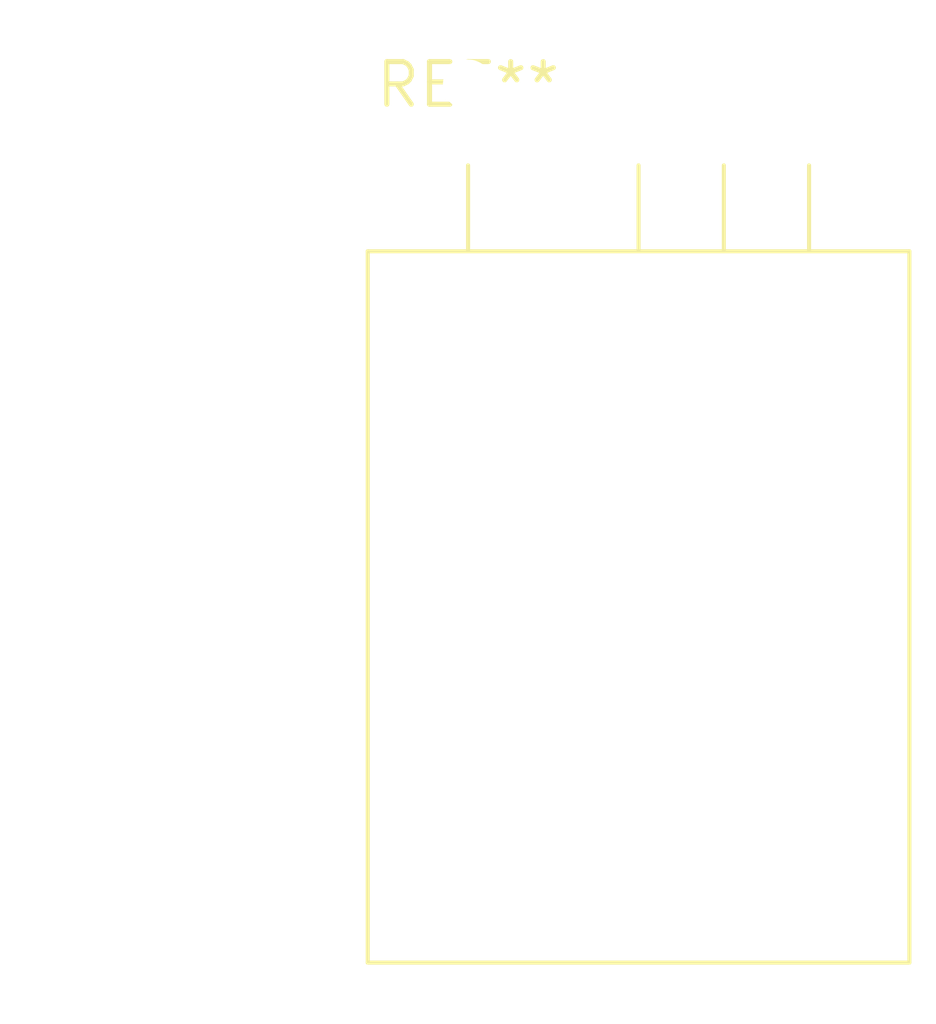
<source format=kicad_pcb>
(kicad_pcb (version 20240108) (generator pcbnew)
  (layers (0 "F.Cu" signal) (31 "B.Cu" signal) (34 "B.Paste" user) (35 "F.Paste" user) (36 "B.SilkS" user "B.Silkscreen") (37 "F.SilkS" user "F.Silkscreen") (38 "B.Mask" user) (39 "F.Mask" user) (44 "Edge.Cuts" user))
  (net 0 "")
  (footprint "TO-247-4_Horizontal_TabUp" (layer "F.Cu") (at 0 0)
    (property "Reference" "REF**")
    (property "Value" "TO-247-4_Horizontal_TabUp")
    (fp_line (start -2.99 4.96) (end -2.99 26.15) (layer "F.SilkS") (stroke (width 0.12)))
    (fp_line (start -2.99 4.96) (end 13.15 4.96) (layer "F.SilkS") (stroke (width 0.12)))
    (fp_line (start -2.99 26.15) (end 13.15 26.15) (layer "F.SilkS") (stroke (width 0.12)))
    (fp_line (start 0 2.4) (end 0 4.96) (layer "F.SilkS") (stroke (width 0.12)))
    (fp_line (start 5.08 2.4) (end 5.08 4.96) (layer "F.SilkS") (stroke (width 0.12)))
    (fp_line (start 7.62 2.4) (end 7.62 4.96) (layer "F.SilkS") (stroke (width 0.12)))
    (fp_line (start 10.16 2.4) (end 10.16 4.96) (layer "F.SilkS") (stroke (width 0.12)))
    (fp_line (start 13.15 4.96) (end 13.15 26.15) (layer "F.SilkS") (stroke (width 0.12)))
    (pad "" np_thru_hole oval (at 5.08 19.86) (size 3.6 3.6) (drill 3.6) (layers *.Cu *.Mask))
    (pad "1" thru_hole rect (at 0 0) (size 1.905 4.5) (drill 1.5) (layers *.Cu *.Mask) (remove_unused_layers))
    (pad "2" thru_hole oval (at 5.08 0) (size 1.905 4.5) (drill 1.5) (layers *.Cu *.Mask) (remove_unused_layers))
    (pad "3" thru_hole oval (at 7.62 0) (size 1.905 4.5) (drill 1.5) (layers *.Cu *.Mask) (remove_unused_layers))
    (pad "4" thru_hole oval (at 10.16 0) (size 1.905 4.5) (drill 1.5) (layers *.Cu *.Mask) (remove_unused_layers))
  )
)
</source>
